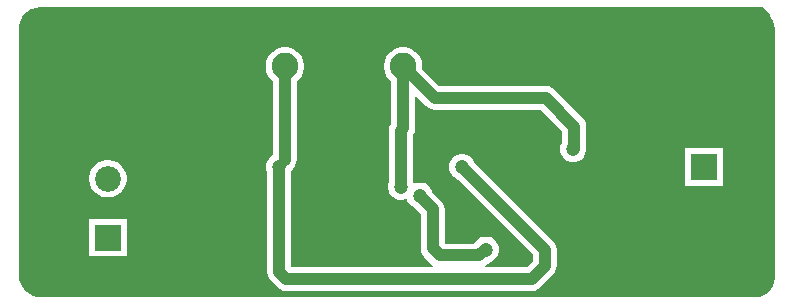
<source format=gbr>
%TF.GenerationSoftware,Altium Limited,Altium Designer,21.9.2 (33)*%
G04 Layer_Physical_Order=2*
G04 Layer_Color=16711680*
%FSLAX45Y45*%
%MOMM*%
%TF.SameCoordinates,3A202319-6B33-44FA-9F29-9E3F009970D1*%
%TF.FilePolarity,Positive*%
%TF.FileFunction,Copper,L2,Bot,Signal*%
%TF.Part,Single*%
G01*
G75*
%TA.AperFunction,Conductor*%
%ADD22C,1.00000*%
%TA.AperFunction,ComponentPad*%
%ADD26C,2.25000*%
%ADD27C,2.17500*%
%ADD28R,2.17500X2.17500*%
%TA.AperFunction,ViaPad*%
%ADD29C,1.20000*%
G36*
X200000Y2400000D02*
X6300000Y2400000D01*
X6326237Y2373763D01*
X6326237Y2373762D01*
X6326237Y2373762D01*
X6336236Y2361997D01*
X6353832Y2336618D01*
X6368854Y2309636D01*
X6381159Y2281312D01*
X6390629Y2251917D01*
X6397171Y2221736D01*
X6400723Y2191060D01*
X6401250Y2160182D01*
X6399999Y2144792D01*
X6400000Y120710D01*
X6399999Y120710D01*
X6400000Y103897D01*
X6393440Y70916D01*
X6380572Y39848D01*
X6361889Y11888D01*
X6350000Y0D01*
X6335356Y-14644D01*
X6326948Y-23051D01*
X6307178Y-36262D01*
X6285210Y-45361D01*
X6261889Y-50000D01*
X153897D01*
X120916Y-43439D01*
X89849Y-30571D01*
X61889Y-11889D01*
X50000Y0D01*
X38111Y11889D01*
X19429Y39849D01*
X6560Y70916D01*
X0Y103897D01*
Y120710D01*
Y2179287D01*
X0Y2179287D01*
X-0Y2179287D01*
X-2464Y2202045D01*
X1584Y2247649D01*
X14453Y2291585D01*
X35647Y2332167D01*
X49999Y2349999D01*
X50000Y2349999D01*
Y2349999D01*
X65370Y2363332D01*
X100723Y2383486D01*
X139329Y2396355D01*
X179704Y2401444D01*
X200000Y2400000D01*
D02*
G37*
%LPC*%
G36*
X5958750Y1208750D02*
X5641250D01*
Y891250D01*
X5958750D01*
Y1208750D01*
D02*
G37*
G36*
X765636Y1108750D02*
X734365D01*
X703695Y1102649D01*
X674804Y1090682D01*
X648803Y1073309D01*
X626691Y1051197D01*
X609318Y1025196D01*
X597351Y996305D01*
X591250Y965635D01*
Y934364D01*
X597351Y903694D01*
X609318Y874804D01*
X626691Y848803D01*
X648803Y826691D01*
X674804Y809318D01*
X703695Y797351D01*
X734365Y791250D01*
X765636D01*
X796305Y797351D01*
X825196Y809318D01*
X851197Y826691D01*
X873309Y848803D01*
X890682Y874804D01*
X902649Y903694D01*
X908750Y934364D01*
Y965635D01*
X902649Y996305D01*
X890682Y1025196D01*
X873309Y1051197D01*
X851197Y1073309D01*
X825196Y1090682D01*
X796305Y1102649D01*
X765636Y1108750D01*
D02*
G37*
G36*
X908750Y608750D02*
X591250D01*
Y291250D01*
X908750D01*
Y608750D01*
D02*
G37*
G36*
X3266005Y2062500D02*
X3233995D01*
X3202601Y2056255D01*
X3173027Y2044006D01*
X3146413Y2026222D01*
X3123778Y2003588D01*
X3105995Y1976973D01*
X3093745Y1947399D01*
X3087500Y1916005D01*
Y1883995D01*
X3093745Y1852601D01*
X3105995Y1823027D01*
X3123778Y1796412D01*
X3146413Y1773778D01*
X3149137Y1771957D01*
Y1413449D01*
X3143518Y1406125D01*
X3133442Y1381799D01*
X3130005Y1355694D01*
Y928151D01*
X3128364Y925309D01*
X3120868Y897332D01*
Y868369D01*
X3128364Y840392D01*
X3142846Y815309D01*
X3163326Y794829D01*
X3188409Y780347D01*
X3216385Y772851D01*
X3245349D01*
X3270280Y779531D01*
X3284518Y775466D01*
X3287495Y764355D01*
X3301977Y739272D01*
X3322457Y718792D01*
X3340225Y708533D01*
X3399137Y649621D01*
Y358579D01*
X3402574Y332473D01*
X3412651Y308147D01*
X3428679Y287258D01*
X3487258Y228679D01*
X3506958Y213563D01*
X3506910Y209567D01*
X3503418Y200863D01*
X2300863D01*
Y1004700D01*
X2302503Y1007542D01*
X2306588Y1022787D01*
X2321321Y1034091D01*
X2337350Y1054981D01*
X2347426Y1079307D01*
X2350863Y1105412D01*
Y1771957D01*
X2353588Y1773778D01*
X2376222Y1796412D01*
X2394006Y1823027D01*
X2406255Y1852601D01*
X2412500Y1883995D01*
Y1916005D01*
X2406255Y1947399D01*
X2394006Y1976973D01*
X2376222Y2003588D01*
X2353588Y2026222D01*
X2326973Y2044006D01*
X2297400Y2056255D01*
X2266005Y2062500D01*
X2233995D01*
X2202601Y2056255D01*
X2173027Y2044006D01*
X2146413Y2026222D01*
X2123778Y2003588D01*
X2105995Y1976973D01*
X2093745Y1947399D01*
X2087500Y1916005D01*
Y1883995D01*
X2093745Y1852601D01*
X2105995Y1823027D01*
X2123778Y1796412D01*
X2146413Y1773778D01*
X2149137Y1771957D01*
Y1147651D01*
X2132459Y1138022D01*
X2111978Y1117541D01*
X2097496Y1092458D01*
X2090000Y1064482D01*
Y1035518D01*
X2097496Y1007542D01*
X2099137Y1004700D01*
Y158579D01*
X2102574Y132474D01*
X2112650Y108147D01*
X2128679Y87258D01*
X2187258Y28679D01*
X2208147Y12650D01*
X2232473Y2574D01*
X2258579Y-863D01*
X4341421D01*
X4367527Y2574D01*
X4391853Y12650D01*
X4412742Y28679D01*
X4521321Y137258D01*
X4537350Y158147D01*
X4547426Y182474D01*
X4550863Y208579D01*
Y350000D01*
X4547426Y376105D01*
X4537350Y400432D01*
X4521321Y421321D01*
X3853353Y1089288D01*
X3852504Y1092458D01*
X3838022Y1117541D01*
X3817542Y1138022D01*
X3792459Y1152503D01*
X3764482Y1160000D01*
X3735518D01*
X3707542Y1152503D01*
X3682459Y1138022D01*
X3661978Y1117541D01*
X3647497Y1092458D01*
X3640000Y1064482D01*
Y1035518D01*
X3647497Y1007542D01*
X3661978Y982459D01*
X3682459Y961978D01*
X3707542Y947496D01*
X3710712Y946647D01*
X4349137Y308221D01*
Y250357D01*
X4299643Y200863D01*
X3949748D01*
X3946257Y209567D01*
X3946209Y213563D01*
X3965909Y228679D01*
X3981896Y244666D01*
X3992458Y247497D01*
X4017541Y261978D01*
X4038022Y282459D01*
X4052503Y307542D01*
X4060000Y335518D01*
Y364482D01*
X4052503Y392458D01*
X4038022Y417541D01*
X4017541Y438022D01*
X3992458Y452504D01*
X3964482Y460000D01*
X3935518D01*
X3907542Y452504D01*
X3882459Y438022D01*
X3861978Y417541D01*
X3852349Y400863D01*
X3600863D01*
Y691400D01*
X3597426Y717505D01*
X3587350Y741831D01*
X3571321Y762720D01*
X3495332Y838709D01*
X3492502Y849272D01*
X3478020Y874355D01*
X3457540Y894835D01*
X3432457Y909317D01*
X3404480Y916813D01*
X3375516D01*
X3350585Y910133D01*
X3336348Y914198D01*
X3333371Y925309D01*
X3331730Y928151D01*
Y1317071D01*
X3337350Y1324395D01*
X3347426Y1348721D01*
X3350863Y1374826D01*
Y1639902D01*
X3362596Y1644763D01*
X3444928Y1562431D01*
X3465817Y1546402D01*
X3490143Y1536326D01*
X3516248Y1532889D01*
X4415891D01*
X4592964Y1355816D01*
Y1251928D01*
X4587497Y1242458D01*
X4580000Y1214482D01*
Y1185518D01*
X4587497Y1157541D01*
X4601978Y1132458D01*
X4622459Y1111978D01*
X4647542Y1097496D01*
X4675518Y1090000D01*
X4704482D01*
X4732458Y1097496D01*
X4757541Y1111978D01*
X4778022Y1132458D01*
X4792503Y1157541D01*
X4800000Y1185518D01*
Y1214482D01*
X4794689Y1234300D01*
Y1358710D01*
X4797426Y1365316D01*
X4800863Y1391421D01*
X4797426Y1417527D01*
X4787350Y1441852D01*
X4771321Y1462742D01*
X4528990Y1705072D01*
X4508101Y1721101D01*
X4483775Y1731177D01*
X4457670Y1734614D01*
X3558027D01*
X3411861Y1880781D01*
X3412500Y1883995D01*
Y1916005D01*
X3406255Y1947399D01*
X3394006Y1976973D01*
X3376222Y2003588D01*
X3353588Y2026222D01*
X3326973Y2044006D01*
X3297400Y2056255D01*
X3266005Y2062500D01*
D02*
G37*
%LPD*%
D22*
X4341421Y100000D02*
X4450000Y208579D01*
X2258579Y100000D02*
X4341421D01*
X3389998Y801401D02*
Y806813D01*
X3500000Y358579D02*
Y691400D01*
X3389998Y801401D02*
X3500000Y691400D01*
X3230867Y1355694D02*
X3250000Y1374826D01*
X3240000Y1900000D02*
X3250000Y1890000D01*
X3230867Y882851D02*
Y1355694D01*
X3250000Y1374826D02*
Y1890000D01*
X4693827Y1385248D02*
X4700000Y1391421D01*
X4693827Y1203827D02*
Y1385248D01*
X4690000Y1200000D02*
X4693827Y1203827D01*
X2200000Y158579D02*
X2258579Y100000D01*
X2200000Y158579D02*
Y1050000D01*
X4450000Y208579D02*
Y350000D01*
X3750000Y1050000D02*
X4450000Y350000D01*
X3500000Y358579D02*
X3558579Y300000D01*
X3894588D01*
X3944588Y350000D02*
X3950000D01*
X3894588Y300000D02*
X3944588Y350000D01*
X3516248Y1633752D02*
X4457670D01*
X3250000Y1900000D02*
X3516248Y1633752D01*
X4457670D02*
X4700000Y1391421D01*
X2250000Y1105412D02*
Y1900000D01*
D26*
X3250000D02*
D03*
X2750000D02*
D03*
X2250000D02*
D03*
D27*
X5800000Y550000D02*
D03*
X750000Y950000D02*
D03*
D28*
X5800000Y1050000D02*
D03*
X750000Y450000D02*
D03*
D29*
X4250000Y260000D02*
D03*
X3389998Y806813D02*
D03*
X3230867Y882851D02*
D03*
X4690000Y1200000D02*
D03*
X5800000Y50000D02*
D03*
X2600000Y260000D02*
D03*
X4500000Y710000D02*
D03*
X3700000Y460000D02*
D03*
X3750000Y1050000D02*
D03*
X3050000Y550000D02*
D03*
X3950000Y350000D02*
D03*
X4750000D02*
D03*
X2200000Y1050000D02*
D03*
X2000000Y500000D02*
D03*
%TF.MD5,bb60117b8ca54d145f46b66016d492f8*%
M02*

</source>
